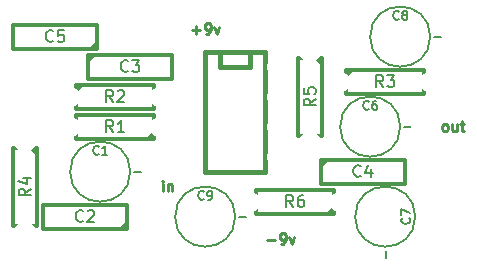
<source format=gto>
%FSLAX46Y46*%
G04 Gerber Fmt 4.6, Leading zero omitted, Abs format (unit mm)*
G04 Created by KiCad (PCBNEW (2014-09-19 BZR 5142)-product) date 24/10/2014 22:30:01*
%MOMM*%
G01*
G04 APERTURE LIST*
%ADD10C,0.100000*%
%ADD11C,0.222250*%
%ADD12C,0.127000*%
%ADD13C,0.304800*%
%ADD14C,0.381000*%
%ADD15C,0.190500*%
%ADD16C,0.203200*%
%ADD17C,1.778000*%
%ADD18R,1.778000X1.778000*%
%ADD19R,2.286000X1.778000*%
%ADD20O,2.286000X1.778000*%
%ADD21C,1.998980*%
G04 APERTURE END LIST*
D10*
D11*
X165015334Y-53742167D02*
X164930667Y-53699833D01*
X164888334Y-53657500D01*
X164846000Y-53572833D01*
X164846000Y-53318833D01*
X164888334Y-53234167D01*
X164930667Y-53191833D01*
X165015334Y-53149500D01*
X165142334Y-53149500D01*
X165227000Y-53191833D01*
X165269334Y-53234167D01*
X165311667Y-53318833D01*
X165311667Y-53572833D01*
X165269334Y-53657500D01*
X165227000Y-53699833D01*
X165142334Y-53742167D01*
X165015334Y-53742167D01*
X166073667Y-53149500D02*
X166073667Y-53742167D01*
X165692667Y-53149500D02*
X165692667Y-53615167D01*
X165735000Y-53699833D01*
X165819667Y-53742167D01*
X165946667Y-53742167D01*
X166031333Y-53699833D01*
X166073667Y-53657500D01*
X166370000Y-53149500D02*
X166708666Y-53149500D01*
X166497000Y-52853167D02*
X166497000Y-53615167D01*
X166539333Y-53699833D01*
X166624000Y-53742167D01*
X166708666Y-53742167D01*
X141202834Y-58822167D02*
X141202834Y-58229500D01*
X141202834Y-57933167D02*
X141160500Y-57975500D01*
X141202834Y-58017833D01*
X141245167Y-57975500D01*
X141202834Y-57933167D01*
X141202834Y-58017833D01*
X141626167Y-58229500D02*
X141626167Y-58822167D01*
X141626167Y-58314167D02*
X141668500Y-58271833D01*
X141753167Y-58229500D01*
X141880167Y-58229500D01*
X141964833Y-58271833D01*
X142007167Y-58356500D01*
X142007167Y-58822167D01*
X150029334Y-62928500D02*
X150706667Y-62928500D01*
X151172334Y-63267167D02*
X151341667Y-63267167D01*
X151426334Y-63224833D01*
X151468667Y-63182500D01*
X151553334Y-63055500D01*
X151595667Y-62886167D01*
X151595667Y-62547500D01*
X151553334Y-62462833D01*
X151511001Y-62420500D01*
X151426334Y-62378167D01*
X151257001Y-62378167D01*
X151172334Y-62420500D01*
X151130001Y-62462833D01*
X151087667Y-62547500D01*
X151087667Y-62759167D01*
X151130001Y-62843833D01*
X151172334Y-62886167D01*
X151257001Y-62928500D01*
X151426334Y-62928500D01*
X151511001Y-62886167D01*
X151553334Y-62843833D01*
X151595667Y-62759167D01*
X151892001Y-62674500D02*
X152103668Y-63267167D01*
X152315334Y-62674500D01*
X143679334Y-45148500D02*
X144356667Y-45148500D01*
X144018000Y-45487167D02*
X144018000Y-44809833D01*
X144822334Y-45487167D02*
X144991667Y-45487167D01*
X145076334Y-45444833D01*
X145118667Y-45402500D01*
X145203334Y-45275500D01*
X145245667Y-45106167D01*
X145245667Y-44767500D01*
X145203334Y-44682833D01*
X145161001Y-44640500D01*
X145076334Y-44598167D01*
X144907001Y-44598167D01*
X144822334Y-44640500D01*
X144780001Y-44682833D01*
X144737667Y-44767500D01*
X144737667Y-44979167D01*
X144780001Y-45063833D01*
X144822334Y-45106167D01*
X144907001Y-45148500D01*
X145076334Y-45148500D01*
X145161001Y-45106167D01*
X145203334Y-45063833D01*
X145245667Y-44979167D01*
X145542001Y-44894500D02*
X145753668Y-45487167D01*
X145965334Y-44894500D01*
D12*
X138433173Y-57150000D02*
G75*
G03X138433173Y-57150000I-2543173J0D01*
G74*
G01*
D13*
X138176000Y-61976000D02*
X131064000Y-61976000D01*
X131064000Y-61976000D02*
X131064000Y-59944000D01*
X131064000Y-59944000D02*
X138176000Y-59944000D01*
X138176000Y-59944000D02*
X138176000Y-61976000D01*
X138176000Y-61468000D02*
X137668000Y-61976000D01*
X134874000Y-47244000D02*
X141986000Y-47244000D01*
X141986000Y-47244000D02*
X141986000Y-49276000D01*
X141986000Y-49276000D02*
X134874000Y-49276000D01*
X134874000Y-49276000D02*
X134874000Y-47244000D01*
X134874000Y-47752000D02*
X135382000Y-47244000D01*
X154559000Y-56134000D02*
X161671000Y-56134000D01*
X161671000Y-56134000D02*
X161671000Y-58166000D01*
X161671000Y-58166000D02*
X154559000Y-58166000D01*
X154559000Y-58166000D02*
X154559000Y-56134000D01*
X154559000Y-56642000D02*
X155067000Y-56134000D01*
X135636000Y-46736000D02*
X128524000Y-46736000D01*
X128524000Y-46736000D02*
X128524000Y-44704000D01*
X128524000Y-44704000D02*
X135636000Y-44704000D01*
X135636000Y-44704000D02*
X135636000Y-46736000D01*
X135636000Y-46228000D02*
X135128000Y-46736000D01*
D12*
X161293173Y-53340000D02*
G75*
G03X161293173Y-53340000I-2543173J0D01*
G74*
G01*
X162563173Y-60960000D02*
G75*
G03X162563173Y-60960000I-2543173J0D01*
G74*
G01*
X163833173Y-45720000D02*
G75*
G03X163833173Y-45720000I-2543173J0D01*
G74*
G01*
X147323173Y-60960000D02*
G75*
G03X147323173Y-60960000I-2543173J0D01*
G74*
G01*
D13*
X140970000Y-53340000D02*
X140462000Y-53340000D01*
X133350000Y-53340000D02*
X133858000Y-53340000D01*
X133858000Y-53340000D02*
X133858000Y-54356000D01*
X133858000Y-54356000D02*
X140462000Y-54356000D01*
X140462000Y-54356000D02*
X140462000Y-52324000D01*
X140462000Y-52324000D02*
X133858000Y-52324000D01*
X133858000Y-52324000D02*
X133858000Y-53340000D01*
X140462000Y-53848000D02*
X139954000Y-54356000D01*
X133350000Y-50800000D02*
X133858000Y-50800000D01*
X140970000Y-50800000D02*
X140462000Y-50800000D01*
X140462000Y-50800000D02*
X140462000Y-49784000D01*
X140462000Y-49784000D02*
X133858000Y-49784000D01*
X133858000Y-49784000D02*
X133858000Y-51816000D01*
X133858000Y-51816000D02*
X140462000Y-51816000D01*
X140462000Y-51816000D02*
X140462000Y-50800000D01*
X133858000Y-50292000D02*
X134366000Y-49784000D01*
X156210000Y-49530000D02*
X156718000Y-49530000D01*
X163830000Y-49530000D02*
X163322000Y-49530000D01*
X163322000Y-49530000D02*
X163322000Y-48514000D01*
X163322000Y-48514000D02*
X156718000Y-48514000D01*
X156718000Y-48514000D02*
X156718000Y-50546000D01*
X156718000Y-50546000D02*
X163322000Y-50546000D01*
X163322000Y-50546000D02*
X163322000Y-49530000D01*
X156718000Y-49022000D02*
X157226000Y-48514000D01*
X129540000Y-54610000D02*
X129540000Y-55118000D01*
X129540000Y-62230000D02*
X129540000Y-61722000D01*
X129540000Y-61722000D02*
X130556000Y-61722000D01*
X130556000Y-61722000D02*
X130556000Y-55118000D01*
X130556000Y-55118000D02*
X128524000Y-55118000D01*
X128524000Y-55118000D02*
X128524000Y-61722000D01*
X128524000Y-61722000D02*
X129540000Y-61722000D01*
X130048000Y-55118000D02*
X130556000Y-55626000D01*
X153670000Y-46990000D02*
X153670000Y-47498000D01*
X153670000Y-54610000D02*
X153670000Y-54102000D01*
X153670000Y-54102000D02*
X154686000Y-54102000D01*
X154686000Y-54102000D02*
X154686000Y-47498000D01*
X154686000Y-47498000D02*
X152654000Y-47498000D01*
X152654000Y-47498000D02*
X152654000Y-54102000D01*
X152654000Y-54102000D02*
X153670000Y-54102000D01*
X154178000Y-47498000D02*
X154686000Y-48006000D01*
X156210000Y-59690000D02*
X155702000Y-59690000D01*
X148590000Y-59690000D02*
X149098000Y-59690000D01*
X149098000Y-59690000D02*
X149098000Y-60706000D01*
X149098000Y-60706000D02*
X155702000Y-60706000D01*
X155702000Y-60706000D02*
X155702000Y-58674000D01*
X155702000Y-58674000D02*
X149098000Y-58674000D01*
X149098000Y-58674000D02*
X149098000Y-59690000D01*
X155702000Y-60198000D02*
X155194000Y-60706000D01*
D14*
X148590000Y-46990000D02*
X148590000Y-48260000D01*
X148590000Y-48260000D02*
X146050000Y-48260000D01*
X146050000Y-48260000D02*
X146050000Y-46990000D01*
X149860000Y-46990000D02*
X149860000Y-57150000D01*
X149860000Y-57150000D02*
X144780000Y-57150000D01*
X144780000Y-57150000D02*
X144780000Y-46990000D01*
X144780000Y-46990000D02*
X149860000Y-46990000D01*
D12*
X135763000Y-55644143D02*
X135726714Y-55680429D01*
X135617857Y-55716714D01*
X135545286Y-55716714D01*
X135436429Y-55680429D01*
X135363857Y-55607857D01*
X135327572Y-55535286D01*
X135291286Y-55390143D01*
X135291286Y-55281286D01*
X135327572Y-55136143D01*
X135363857Y-55063571D01*
X135436429Y-54991000D01*
X135545286Y-54954714D01*
X135617857Y-54954714D01*
X135726714Y-54991000D01*
X135763000Y-55027286D01*
X136488714Y-55716714D02*
X136053286Y-55716714D01*
X136271000Y-55716714D02*
X136271000Y-54954714D01*
X136198429Y-55063571D01*
X136125857Y-55136143D01*
X136053286Y-55172429D01*
D15*
X138774715Y-57204429D02*
X139355286Y-57204429D01*
D16*
X134453334Y-61317143D02*
X134405715Y-61364762D01*
X134262858Y-61412381D01*
X134167620Y-61412381D01*
X134024762Y-61364762D01*
X133929524Y-61269524D01*
X133881905Y-61174286D01*
X133834286Y-60983810D01*
X133834286Y-60840952D01*
X133881905Y-60650476D01*
X133929524Y-60555238D01*
X134024762Y-60460000D01*
X134167620Y-60412381D01*
X134262858Y-60412381D01*
X134405715Y-60460000D01*
X134453334Y-60507619D01*
X134834286Y-60507619D02*
X134881905Y-60460000D01*
X134977143Y-60412381D01*
X135215239Y-60412381D01*
X135310477Y-60460000D01*
X135358096Y-60507619D01*
X135405715Y-60602857D01*
X135405715Y-60698095D01*
X135358096Y-60840952D01*
X134786667Y-61412381D01*
X135405715Y-61412381D01*
X138263334Y-48617143D02*
X138215715Y-48664762D01*
X138072858Y-48712381D01*
X137977620Y-48712381D01*
X137834762Y-48664762D01*
X137739524Y-48569524D01*
X137691905Y-48474286D01*
X137644286Y-48283810D01*
X137644286Y-48140952D01*
X137691905Y-47950476D01*
X137739524Y-47855238D01*
X137834762Y-47760000D01*
X137977620Y-47712381D01*
X138072858Y-47712381D01*
X138215715Y-47760000D01*
X138263334Y-47807619D01*
X138596667Y-47712381D02*
X139215715Y-47712381D01*
X138882381Y-48093333D01*
X139025239Y-48093333D01*
X139120477Y-48140952D01*
X139168096Y-48188571D01*
X139215715Y-48283810D01*
X139215715Y-48521905D01*
X139168096Y-48617143D01*
X139120477Y-48664762D01*
X139025239Y-48712381D01*
X138739524Y-48712381D01*
X138644286Y-48664762D01*
X138596667Y-48617143D01*
X157948334Y-57507143D02*
X157900715Y-57554762D01*
X157757858Y-57602381D01*
X157662620Y-57602381D01*
X157519762Y-57554762D01*
X157424524Y-57459524D01*
X157376905Y-57364286D01*
X157329286Y-57173810D01*
X157329286Y-57030952D01*
X157376905Y-56840476D01*
X157424524Y-56745238D01*
X157519762Y-56650000D01*
X157662620Y-56602381D01*
X157757858Y-56602381D01*
X157900715Y-56650000D01*
X157948334Y-56697619D01*
X158805477Y-56935714D02*
X158805477Y-57602381D01*
X158567381Y-56554762D02*
X158329286Y-57269048D01*
X158948334Y-57269048D01*
X131913334Y-46077143D02*
X131865715Y-46124762D01*
X131722858Y-46172381D01*
X131627620Y-46172381D01*
X131484762Y-46124762D01*
X131389524Y-46029524D01*
X131341905Y-45934286D01*
X131294286Y-45743810D01*
X131294286Y-45600952D01*
X131341905Y-45410476D01*
X131389524Y-45315238D01*
X131484762Y-45220000D01*
X131627620Y-45172381D01*
X131722858Y-45172381D01*
X131865715Y-45220000D01*
X131913334Y-45267619D01*
X132818096Y-45172381D02*
X132341905Y-45172381D01*
X132294286Y-45648571D01*
X132341905Y-45600952D01*
X132437143Y-45553333D01*
X132675239Y-45553333D01*
X132770477Y-45600952D01*
X132818096Y-45648571D01*
X132865715Y-45743810D01*
X132865715Y-45981905D01*
X132818096Y-46077143D01*
X132770477Y-46124762D01*
X132675239Y-46172381D01*
X132437143Y-46172381D01*
X132341905Y-46124762D01*
X132294286Y-46077143D01*
D12*
X158623000Y-51834143D02*
X158586714Y-51870429D01*
X158477857Y-51906714D01*
X158405286Y-51906714D01*
X158296429Y-51870429D01*
X158223857Y-51797857D01*
X158187572Y-51725286D01*
X158151286Y-51580143D01*
X158151286Y-51471286D01*
X158187572Y-51326143D01*
X158223857Y-51253571D01*
X158296429Y-51181000D01*
X158405286Y-51144714D01*
X158477857Y-51144714D01*
X158586714Y-51181000D01*
X158623000Y-51217286D01*
X159276143Y-51144714D02*
X159131000Y-51144714D01*
X159058429Y-51181000D01*
X159022143Y-51217286D01*
X158949572Y-51326143D01*
X158913286Y-51471286D01*
X158913286Y-51761571D01*
X158949572Y-51834143D01*
X158985857Y-51870429D01*
X159058429Y-51906714D01*
X159203572Y-51906714D01*
X159276143Y-51870429D01*
X159312429Y-51834143D01*
X159348714Y-51761571D01*
X159348714Y-51580143D01*
X159312429Y-51507571D01*
X159276143Y-51471286D01*
X159203572Y-51435000D01*
X159058429Y-51435000D01*
X158985857Y-51471286D01*
X158949572Y-51507571D01*
X158913286Y-51580143D01*
D15*
X161634715Y-53394429D02*
X162215286Y-53394429D01*
D12*
X162070143Y-61087000D02*
X162106429Y-61123286D01*
X162142714Y-61232143D01*
X162142714Y-61304714D01*
X162106429Y-61413571D01*
X162033857Y-61486143D01*
X161961286Y-61522428D01*
X161816143Y-61558714D01*
X161707286Y-61558714D01*
X161562143Y-61522428D01*
X161489571Y-61486143D01*
X161417000Y-61413571D01*
X161380714Y-61304714D01*
X161380714Y-61232143D01*
X161417000Y-61123286D01*
X161453286Y-61087000D01*
X161380714Y-60833000D02*
X161380714Y-60325000D01*
X162142714Y-60651571D01*
D15*
X160074429Y-64425285D02*
X160074429Y-63844714D01*
D12*
X161163000Y-44214143D02*
X161126714Y-44250429D01*
X161017857Y-44286714D01*
X160945286Y-44286714D01*
X160836429Y-44250429D01*
X160763857Y-44177857D01*
X160727572Y-44105286D01*
X160691286Y-43960143D01*
X160691286Y-43851286D01*
X160727572Y-43706143D01*
X160763857Y-43633571D01*
X160836429Y-43561000D01*
X160945286Y-43524714D01*
X161017857Y-43524714D01*
X161126714Y-43561000D01*
X161163000Y-43597286D01*
X161598429Y-43851286D02*
X161525857Y-43815000D01*
X161489572Y-43778714D01*
X161453286Y-43706143D01*
X161453286Y-43669857D01*
X161489572Y-43597286D01*
X161525857Y-43561000D01*
X161598429Y-43524714D01*
X161743572Y-43524714D01*
X161816143Y-43561000D01*
X161852429Y-43597286D01*
X161888714Y-43669857D01*
X161888714Y-43706143D01*
X161852429Y-43778714D01*
X161816143Y-43815000D01*
X161743572Y-43851286D01*
X161598429Y-43851286D01*
X161525857Y-43887571D01*
X161489572Y-43923857D01*
X161453286Y-43996429D01*
X161453286Y-44141571D01*
X161489572Y-44214143D01*
X161525857Y-44250429D01*
X161598429Y-44286714D01*
X161743572Y-44286714D01*
X161816143Y-44250429D01*
X161852429Y-44214143D01*
X161888714Y-44141571D01*
X161888714Y-43996429D01*
X161852429Y-43923857D01*
X161816143Y-43887571D01*
X161743572Y-43851286D01*
D15*
X164174715Y-45774429D02*
X164755286Y-45774429D01*
D12*
X144653000Y-59454143D02*
X144616714Y-59490429D01*
X144507857Y-59526714D01*
X144435286Y-59526714D01*
X144326429Y-59490429D01*
X144253857Y-59417857D01*
X144217572Y-59345286D01*
X144181286Y-59200143D01*
X144181286Y-59091286D01*
X144217572Y-58946143D01*
X144253857Y-58873571D01*
X144326429Y-58801000D01*
X144435286Y-58764714D01*
X144507857Y-58764714D01*
X144616714Y-58801000D01*
X144653000Y-58837286D01*
X145015857Y-59526714D02*
X145161000Y-59526714D01*
X145233572Y-59490429D01*
X145269857Y-59454143D01*
X145342429Y-59345286D01*
X145378714Y-59200143D01*
X145378714Y-58909857D01*
X145342429Y-58837286D01*
X145306143Y-58801000D01*
X145233572Y-58764714D01*
X145088429Y-58764714D01*
X145015857Y-58801000D01*
X144979572Y-58837286D01*
X144943286Y-58909857D01*
X144943286Y-59091286D01*
X144979572Y-59163857D01*
X145015857Y-59200143D01*
X145088429Y-59236429D01*
X145233572Y-59236429D01*
X145306143Y-59200143D01*
X145342429Y-59163857D01*
X145378714Y-59091286D01*
D15*
X147664715Y-61014429D02*
X148245286Y-61014429D01*
D16*
X136993334Y-53792381D02*
X136660000Y-53316190D01*
X136421905Y-53792381D02*
X136421905Y-52792381D01*
X136802858Y-52792381D01*
X136898096Y-52840000D01*
X136945715Y-52887619D01*
X136993334Y-52982857D01*
X136993334Y-53125714D01*
X136945715Y-53220952D01*
X136898096Y-53268571D01*
X136802858Y-53316190D01*
X136421905Y-53316190D01*
X137945715Y-53792381D02*
X137374286Y-53792381D01*
X137660000Y-53792381D02*
X137660000Y-52792381D01*
X137564762Y-52935238D01*
X137469524Y-53030476D01*
X137374286Y-53078095D01*
X136993334Y-51252381D02*
X136660000Y-50776190D01*
X136421905Y-51252381D02*
X136421905Y-50252381D01*
X136802858Y-50252381D01*
X136898096Y-50300000D01*
X136945715Y-50347619D01*
X136993334Y-50442857D01*
X136993334Y-50585714D01*
X136945715Y-50680952D01*
X136898096Y-50728571D01*
X136802858Y-50776190D01*
X136421905Y-50776190D01*
X137374286Y-50347619D02*
X137421905Y-50300000D01*
X137517143Y-50252381D01*
X137755239Y-50252381D01*
X137850477Y-50300000D01*
X137898096Y-50347619D01*
X137945715Y-50442857D01*
X137945715Y-50538095D01*
X137898096Y-50680952D01*
X137326667Y-51252381D01*
X137945715Y-51252381D01*
X159853334Y-49982381D02*
X159520000Y-49506190D01*
X159281905Y-49982381D02*
X159281905Y-48982381D01*
X159662858Y-48982381D01*
X159758096Y-49030000D01*
X159805715Y-49077619D01*
X159853334Y-49172857D01*
X159853334Y-49315714D01*
X159805715Y-49410952D01*
X159758096Y-49458571D01*
X159662858Y-49506190D01*
X159281905Y-49506190D01*
X160186667Y-48982381D02*
X160805715Y-48982381D01*
X160472381Y-49363333D01*
X160615239Y-49363333D01*
X160710477Y-49410952D01*
X160758096Y-49458571D01*
X160805715Y-49553810D01*
X160805715Y-49791905D01*
X160758096Y-49887143D01*
X160710477Y-49934762D01*
X160615239Y-49982381D01*
X160329524Y-49982381D01*
X160234286Y-49934762D01*
X160186667Y-49887143D01*
X129992381Y-58586666D02*
X129516190Y-58920000D01*
X129992381Y-59158095D02*
X128992381Y-59158095D01*
X128992381Y-58777142D01*
X129040000Y-58681904D01*
X129087619Y-58634285D01*
X129182857Y-58586666D01*
X129325714Y-58586666D01*
X129420952Y-58634285D01*
X129468571Y-58681904D01*
X129516190Y-58777142D01*
X129516190Y-59158095D01*
X129325714Y-57729523D02*
X129992381Y-57729523D01*
X128944762Y-57967619D02*
X129659048Y-58205714D01*
X129659048Y-57586666D01*
X154122381Y-50966666D02*
X153646190Y-51300000D01*
X154122381Y-51538095D02*
X153122381Y-51538095D01*
X153122381Y-51157142D01*
X153170000Y-51061904D01*
X153217619Y-51014285D01*
X153312857Y-50966666D01*
X153455714Y-50966666D01*
X153550952Y-51014285D01*
X153598571Y-51061904D01*
X153646190Y-51157142D01*
X153646190Y-51538095D01*
X153122381Y-50061904D02*
X153122381Y-50538095D01*
X153598571Y-50585714D01*
X153550952Y-50538095D01*
X153503333Y-50442857D01*
X153503333Y-50204761D01*
X153550952Y-50109523D01*
X153598571Y-50061904D01*
X153693810Y-50014285D01*
X153931905Y-50014285D01*
X154027143Y-50061904D01*
X154074762Y-50109523D01*
X154122381Y-50204761D01*
X154122381Y-50442857D01*
X154074762Y-50538095D01*
X154027143Y-50585714D01*
X152233334Y-60142381D02*
X151900000Y-59666190D01*
X151661905Y-60142381D02*
X151661905Y-59142381D01*
X152042858Y-59142381D01*
X152138096Y-59190000D01*
X152185715Y-59237619D01*
X152233334Y-59332857D01*
X152233334Y-59475714D01*
X152185715Y-59570952D01*
X152138096Y-59618571D01*
X152042858Y-59666190D01*
X151661905Y-59666190D01*
X153090477Y-59142381D02*
X152900000Y-59142381D01*
X152804762Y-59190000D01*
X152757143Y-59237619D01*
X152661905Y-59380476D01*
X152614286Y-59570952D01*
X152614286Y-59951905D01*
X152661905Y-60047143D01*
X152709524Y-60094762D01*
X152804762Y-60142381D01*
X152995239Y-60142381D01*
X153090477Y-60094762D01*
X153138096Y-60047143D01*
X153185715Y-59951905D01*
X153185715Y-59713810D01*
X153138096Y-59618571D01*
X153090477Y-59570952D01*
X152995239Y-59523333D01*
X152804762Y-59523333D01*
X152709524Y-59570952D01*
X152661905Y-59618571D01*
X152614286Y-59713810D01*
%LPC*%
D17*
X134620000Y-57150000D03*
D18*
X137160000Y-57150000D03*
D17*
X137160000Y-60960000D03*
X132080000Y-60960000D03*
X135890000Y-48260000D03*
X140970000Y-48260000D03*
X155575000Y-57150000D03*
X160655000Y-57150000D03*
X134620000Y-45720000D03*
X129540000Y-45720000D03*
X157480000Y-53340000D03*
D18*
X160020000Y-53340000D03*
D17*
X160020000Y-59690000D03*
D18*
X160020000Y-62230000D03*
D17*
X160020000Y-45720000D03*
D18*
X162560000Y-45720000D03*
D17*
X143510000Y-60960000D03*
D18*
X146050000Y-60960000D03*
D17*
X140970000Y-53340000D03*
X133350000Y-53340000D03*
X133350000Y-50800000D03*
X140970000Y-50800000D03*
X156210000Y-49530000D03*
X163830000Y-49530000D03*
X129540000Y-54610000D03*
X129540000Y-62230000D03*
X153670000Y-46990000D03*
X153670000Y-54610000D03*
X156210000Y-59690000D03*
X148590000Y-59690000D03*
D19*
X143510000Y-48260000D03*
D20*
X143510000Y-50800000D03*
X143510000Y-53340000D03*
X143510000Y-55880000D03*
X151130000Y-55880000D03*
X151130000Y-53340000D03*
X151130000Y-50800000D03*
X151130000Y-48260000D03*
D21*
X139700000Y-58420000D03*
X139700000Y-60960000D03*
X140970000Y-55880000D03*
X163195000Y-57150000D03*
X129540000Y-50800000D03*
X132080000Y-48260000D03*
X163195000Y-53340000D03*
X147955000Y-45720000D03*
X153670000Y-62230000D03*
M02*

</source>
